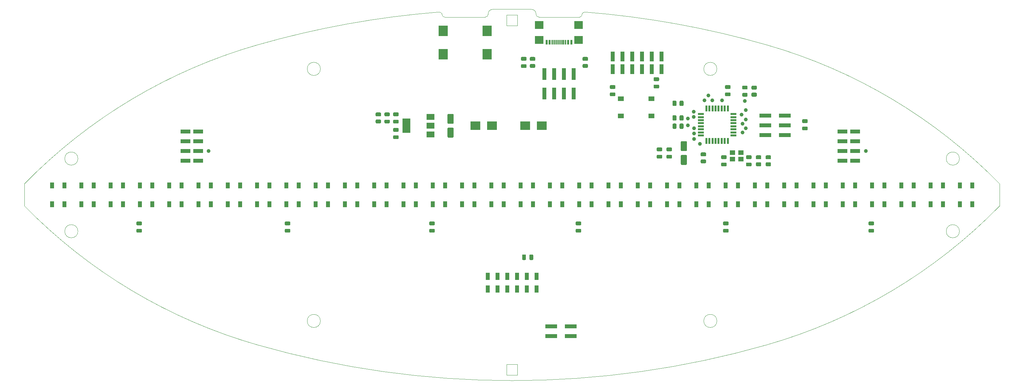
<source format=gbr>
%TF.GenerationSoftware,KiCad,Pcbnew,5.1.7-a382d34a8~87~ubuntu20.04.1*%
%TF.CreationDate,2020-11-05T15:53:10+05:30*%
%TF.ProjectId,halo,68616c6f-2e6b-4696-9361-645f70636258,v1*%
%TF.SameCoordinates,Original*%
%TF.FileFunction,Paste,Top*%
%TF.FilePolarity,Positive*%
%FSLAX46Y46*%
G04 Gerber Fmt 4.6, Leading zero omitted, Abs format (unit mm)*
G04 Created by KiCad (PCBNEW 5.1.7-a382d34a8~87~ubuntu20.04.1) date 2020-11-05 15:53:10*
%MOMM*%
%LPD*%
G01*
G04 APERTURE LIST*
%TA.AperFunction,Profile*%
%ADD10C,0.050000*%
%TD*%
%ADD11R,1.000000X3.150000*%
%ADD12R,2.180000X2.000000*%
%ADD13R,0.300000X1.150000*%
%ADD14R,0.600000X1.150000*%
%ADD15R,1.550000X1.300000*%
%ADD16R,2.000000X3.800000*%
%ADD17R,2.000000X1.500000*%
%ADD18R,2.400000X2.800000*%
%ADD19R,1.000000X1.500000*%
%ADD20C,1.000000*%
%ADD21R,2.540000X1.016000*%
%ADD22R,1.016000X2.540000*%
%ADD23R,3.150000X1.000000*%
%ADD24R,0.550000X1.600000*%
%ADD25R,1.600000X0.550000*%
%ADD26R,1.400000X1.200000*%
%ADD27R,2.500000X2.300000*%
%ADD28R,1.016000X1.905000*%
G04 APERTURE END LIST*
D10*
X73431896Y-62496118D02*
G75*
G02*
X120707642Y-53928265I66269656J-230949950D01*
G01*
X121541768Y-54762400D02*
G75*
G03*
X120707642Y-53928265I-834135J0D01*
G01*
X132715000Y-55245000D02*
G75*
G03*
X133477000Y-54483000I0J762000D01*
G01*
X132715000Y-55245000D02*
X122157808Y-55243390D01*
X134620000Y-53233692D02*
G75*
G03*
X133477000Y-54376692I0J-1143000D01*
G01*
X121541768Y-54762400D02*
G75*
G03*
X122157808Y-55243390I616040J154010D01*
G01*
X133477000Y-54483000D02*
X133477000Y-54376692D01*
X139700000Y-53180000D02*
G75*
G03*
X134620000Y-53233692I0J-240347211D01*
G01*
X145923000Y-54483000D02*
X145923000Y-54376692D01*
X157858232Y-54762400D02*
G75*
G02*
X158692358Y-53928265I834135J0D01*
G01*
X158692358Y-53928264D02*
G75*
G02*
X205969205Y-62493874I-18992358J-239578255D01*
G01*
X144780000Y-53233692D02*
G75*
G02*
X145923000Y-54376692I0J-1143000D01*
G01*
X139700000Y-53180000D02*
G75*
G02*
X144780000Y-53233692I0J-240347211D01*
G01*
X146685000Y-55245000D02*
G75*
G02*
X145923000Y-54483000I0J762000D01*
G01*
X157858232Y-54762400D02*
G75*
G02*
X157242192Y-55243390I-616040J154010D01*
G01*
X146685000Y-55245000D02*
X157242192Y-55243390D01*
X205969205Y-62493874D02*
G75*
G02*
X266571000Y-98721000I-37916205J-132229126D01*
G01*
X266571000Y-98721000D02*
X266571000Y-104479000D01*
X266571256Y-104479861D02*
G75*
G02*
X205969000Y-140707000I-98518256J96002861D01*
G01*
X205968733Y-140706537D02*
G75*
G02*
X139700000Y-150020000I-66268733J231106537D01*
G01*
X12828744Y-98720139D02*
G75*
G02*
X73431000Y-62493000I98518256J-96002861D01*
G01*
X139699871Y-150020519D02*
G75*
G02*
X73431000Y-140707000I129J240420519D01*
G01*
X12829000Y-98721000D02*
X12829000Y-104479000D01*
X73430795Y-140706126D02*
G75*
G02*
X12829000Y-104479000I37916205J132229126D01*
G01*
X89831000Y-134459000D02*
G75*
G03*
X89831000Y-134459000I-1717000J0D01*
G01*
X26734000Y-111075000D02*
G75*
G03*
X26734000Y-111075000I-1717000J0D01*
G01*
X141091000Y-145758000D02*
X138309000Y-145758000D01*
X138309000Y-145758000D02*
X138309000Y-148540000D01*
X138309000Y-148540000D02*
X141091000Y-148540000D01*
X141091000Y-148540000D02*
X141091000Y-145758000D01*
X193002000Y-134459000D02*
G75*
G03*
X193002000Y-134459000I-1716000J0D01*
G01*
X256100000Y-111075000D02*
G75*
G03*
X256100000Y-111075000I-1717000J0D01*
G01*
X26734000Y-92125000D02*
G75*
G03*
X26734000Y-92125000I-1717000J0D01*
G01*
X89831000Y-68741000D02*
G75*
G03*
X89831000Y-68741000I-1717000J0D01*
G01*
X256100000Y-92125000D02*
G75*
G03*
X256100000Y-92125000I-1717000J0D01*
G01*
X193002000Y-68741000D02*
G75*
G03*
X193002000Y-68741000I-1716000J0D01*
G01*
X141091000Y-54660000D02*
X138309000Y-54660000D01*
X138309000Y-54660000D02*
X138309000Y-57442000D01*
X138309000Y-57442000D02*
X141091000Y-57442000D01*
X141091000Y-57442000D02*
X141091000Y-54660000D01*
%TO.C,C18*%
G36*
G01*
X144214000Y-118331000D02*
X144214000Y-117381000D01*
G75*
G02*
X144464000Y-117131000I250000J0D01*
G01*
X144964000Y-117131000D01*
G75*
G02*
X145214000Y-117381000I0J-250000D01*
G01*
X145214000Y-118331000D01*
G75*
G02*
X144964000Y-118581000I-250000J0D01*
G01*
X144464000Y-118581000D01*
G75*
G02*
X144214000Y-118331000I0J250000D01*
G01*
G37*
G36*
G01*
X142314000Y-118331000D02*
X142314000Y-117381000D01*
G75*
G02*
X142564000Y-117131000I250000J0D01*
G01*
X143064000Y-117131000D01*
G75*
G02*
X143314000Y-117381000I0J-250000D01*
G01*
X143314000Y-118331000D01*
G75*
G02*
X143064000Y-118581000I-250000J0D01*
G01*
X142564000Y-118581000D01*
G75*
G02*
X142314000Y-118331000I0J250000D01*
G01*
G37*
%TD*%
D11*
%TO.C,P6*%
X155702000Y-70119000D03*
X155702000Y-75169000D03*
X153162000Y-70119000D03*
X153162000Y-75169000D03*
X150622000Y-70119000D03*
X150622000Y-75169000D03*
X148082000Y-70119000D03*
X148082000Y-75169000D03*
%TD*%
D12*
%TO.C,J2*%
X146782000Y-57276000D03*
X157002000Y-57276000D03*
X146782000Y-61206000D03*
X157002000Y-61206000D03*
D13*
X151642000Y-61781000D03*
X152142000Y-61781000D03*
X151142000Y-61781000D03*
X152642000Y-61781000D03*
X150642000Y-61781000D03*
X153142000Y-61781000D03*
X150142000Y-61781000D03*
X153642000Y-61781000D03*
D14*
X148692000Y-61781000D03*
X149492000Y-61781000D03*
X154292000Y-61781000D03*
X155092000Y-61781000D03*
%TD*%
%TO.C,C10*%
G36*
G01*
X216375000Y-82862000D02*
X215425000Y-82862000D01*
G75*
G02*
X215175000Y-82612000I0J250000D01*
G01*
X215175000Y-82112000D01*
G75*
G02*
X215425000Y-81862000I250000J0D01*
G01*
X216375000Y-81862000D01*
G75*
G02*
X216625000Y-82112000I0J-250000D01*
G01*
X216625000Y-82612000D01*
G75*
G02*
X216375000Y-82862000I-250000J0D01*
G01*
G37*
G36*
G01*
X216375000Y-84762000D02*
X215425000Y-84762000D01*
G75*
G02*
X215175000Y-84512000I0J250000D01*
G01*
X215175000Y-84012000D01*
G75*
G02*
X215425000Y-83762000I250000J0D01*
G01*
X216375000Y-83762000D01*
G75*
G02*
X216625000Y-84012000I0J-250000D01*
G01*
X216625000Y-84512000D01*
G75*
G02*
X216375000Y-84762000I-250000J0D01*
G01*
G37*
%TD*%
%TO.C,C1*%
G36*
G01*
X183854000Y-91178000D02*
X184954000Y-91178000D01*
G75*
G02*
X185204000Y-91428000I0J-250000D01*
G01*
X185204000Y-93528000D01*
G75*
G02*
X184954000Y-93778000I-250000J0D01*
G01*
X183854000Y-93778000D01*
G75*
G02*
X183604000Y-93528000I0J250000D01*
G01*
X183604000Y-91428000D01*
G75*
G02*
X183854000Y-91178000I250000J0D01*
G01*
G37*
G36*
G01*
X183854000Y-87578000D02*
X184954000Y-87578000D01*
G75*
G02*
X185204000Y-87828000I0J-250000D01*
G01*
X185204000Y-89928000D01*
G75*
G02*
X184954000Y-90178000I-250000J0D01*
G01*
X183854000Y-90178000D01*
G75*
G02*
X183604000Y-89928000I0J250000D01*
G01*
X183604000Y-87828000D01*
G75*
G02*
X183854000Y-87578000I250000J0D01*
G01*
G37*
%TD*%
D15*
%TO.C,SW1*%
X167983000Y-76490000D03*
X167983000Y-80990000D03*
X175933000Y-80990000D03*
X175933000Y-76490000D03*
%TD*%
D16*
%TO.C,U2*%
X112166000Y-83566000D03*
D17*
X118466000Y-83566000D03*
X118466000Y-81266000D03*
X118466000Y-85866000D03*
%TD*%
%TO.C,C6*%
G36*
G01*
X201770000Y-92260000D02*
X200820000Y-92260000D01*
G75*
G02*
X200570000Y-92010000I0J250000D01*
G01*
X200570000Y-91510000D01*
G75*
G02*
X200820000Y-91260000I250000J0D01*
G01*
X201770000Y-91260000D01*
G75*
G02*
X202020000Y-91510000I0J-250000D01*
G01*
X202020000Y-92010000D01*
G75*
G02*
X201770000Y-92260000I-250000J0D01*
G01*
G37*
G36*
G01*
X201770000Y-94160000D02*
X200820000Y-94160000D01*
G75*
G02*
X200570000Y-93910000I0J250000D01*
G01*
X200570000Y-93410000D01*
G75*
G02*
X200820000Y-93160000I250000J0D01*
G01*
X201770000Y-93160000D01*
G75*
G02*
X202020000Y-93410000I0J-250000D01*
G01*
X202020000Y-93910000D01*
G75*
G02*
X201770000Y-94160000I-250000J0D01*
G01*
G37*
%TD*%
D18*
%TO.C,J3*%
X133208000Y-64948000D03*
X133208000Y-58848000D03*
X121808000Y-58848000D03*
X121808000Y-64948000D03*
%TD*%
D19*
%TO.C,D32*%
X256210000Y-104050000D03*
X259410000Y-104050000D03*
X256210000Y-99150000D03*
X259410000Y-99150000D03*
%TD*%
%TO.C,D31*%
X248590000Y-104050000D03*
X251790000Y-104050000D03*
X248590000Y-99150000D03*
X251790000Y-99150000D03*
%TD*%
%TO.C,C9*%
G36*
G01*
X165387000Y-74872000D02*
X166337000Y-74872000D01*
G75*
G02*
X166587000Y-75122000I0J-250000D01*
G01*
X166587000Y-75622000D01*
G75*
G02*
X166337000Y-75872000I-250000J0D01*
G01*
X165387000Y-75872000D01*
G75*
G02*
X165137000Y-75622000I0J250000D01*
G01*
X165137000Y-75122000D01*
G75*
G02*
X165387000Y-74872000I250000J0D01*
G01*
G37*
G36*
G01*
X165387000Y-72972000D02*
X166337000Y-72972000D01*
G75*
G02*
X166587000Y-73222000I0J-250000D01*
G01*
X166587000Y-73722000D01*
G75*
G02*
X166337000Y-73972000I-250000J0D01*
G01*
X165387000Y-73972000D01*
G75*
G02*
X165137000Y-73722000I0J250000D01*
G01*
X165137000Y-73222000D01*
G75*
G02*
X165387000Y-72972000I250000J0D01*
G01*
G37*
%TD*%
%TO.C,R1*%
G36*
G01*
X182480000Y-77273999D02*
X182480000Y-78174001D01*
G75*
G02*
X182230001Y-78424000I-249999J0D01*
G01*
X181704999Y-78424000D01*
G75*
G02*
X181455000Y-78174001I0J249999D01*
G01*
X181455000Y-77273999D01*
G75*
G02*
X181704999Y-77024000I249999J0D01*
G01*
X182230001Y-77024000D01*
G75*
G02*
X182480000Y-77273999I0J-249999D01*
G01*
G37*
G36*
G01*
X184305000Y-77273999D02*
X184305000Y-78174001D01*
G75*
G02*
X184055001Y-78424000I-249999J0D01*
G01*
X183529999Y-78424000D01*
G75*
G02*
X183280000Y-78174001I0J249999D01*
G01*
X183280000Y-77273999D01*
G75*
G02*
X183529999Y-77024000I249999J0D01*
G01*
X184055001Y-77024000D01*
G75*
G02*
X184305000Y-77273999I0J-249999D01*
G01*
G37*
%TD*%
D20*
%TO.C,B1*%
X185420000Y-81661000D03*
%TD*%
%TO.C,B2*%
X185420000Y-83439000D03*
%TD*%
%TO.C,B3*%
X190754000Y-75692000D03*
%TD*%
%TO.C,B4*%
X189738000Y-76962000D03*
%TD*%
%TO.C,B5*%
X186944000Y-79883000D03*
%TD*%
%TO.C,B6*%
X186944000Y-81280000D03*
%TD*%
%TO.C,B7*%
X194310000Y-76962000D03*
%TD*%
%TO.C,B8*%
X191770000Y-76962000D03*
%TD*%
%TO.C,B9*%
X187071000Y-84201000D03*
%TD*%
%TO.C,B10*%
X187071000Y-85598000D03*
%TD*%
%TO.C,B11*%
X187071000Y-86995000D03*
%TD*%
%TO.C,B12*%
X188595000Y-88265000D03*
%TD*%
%TO.C,B13*%
X199644000Y-85344000D03*
%TD*%
%TO.C,B14*%
X200533000Y-84201000D03*
%TD*%
%TO.C,B15*%
X199644000Y-83058000D03*
%TD*%
%TO.C,B16*%
X200533000Y-81915000D03*
%TD*%
%TO.C,B17*%
X199390000Y-80645000D03*
%TD*%
%TO.C,B18*%
X200533000Y-79502000D03*
%TD*%
%TO.C,B19*%
X200279000Y-77089000D03*
%TD*%
%TO.C,B20*%
X60706000Y-90170000D03*
%TD*%
%TO.C,C11*%
G36*
G01*
X43147000Y-109532000D02*
X42197000Y-109532000D01*
G75*
G02*
X41947000Y-109282000I0J250000D01*
G01*
X41947000Y-108782000D01*
G75*
G02*
X42197000Y-108532000I250000J0D01*
G01*
X43147000Y-108532000D01*
G75*
G02*
X43397000Y-108782000I0J-250000D01*
G01*
X43397000Y-109282000D01*
G75*
G02*
X43147000Y-109532000I-250000J0D01*
G01*
G37*
G36*
G01*
X43147000Y-111432000D02*
X42197000Y-111432000D01*
G75*
G02*
X41947000Y-111182000I0J250000D01*
G01*
X41947000Y-110682000D01*
G75*
G02*
X42197000Y-110432000I250000J0D01*
G01*
X43147000Y-110432000D01*
G75*
G02*
X43397000Y-110682000I0J-250000D01*
G01*
X43397000Y-111182000D01*
G75*
G02*
X43147000Y-111432000I-250000J0D01*
G01*
G37*
%TD*%
%TO.C,C12*%
G36*
G01*
X81755000Y-109532000D02*
X80805000Y-109532000D01*
G75*
G02*
X80555000Y-109282000I0J250000D01*
G01*
X80555000Y-108782000D01*
G75*
G02*
X80805000Y-108532000I250000J0D01*
G01*
X81755000Y-108532000D01*
G75*
G02*
X82005000Y-108782000I0J-250000D01*
G01*
X82005000Y-109282000D01*
G75*
G02*
X81755000Y-109532000I-250000J0D01*
G01*
G37*
G36*
G01*
X81755000Y-111432000D02*
X80805000Y-111432000D01*
G75*
G02*
X80555000Y-111182000I0J250000D01*
G01*
X80555000Y-110682000D01*
G75*
G02*
X80805000Y-110432000I250000J0D01*
G01*
X81755000Y-110432000D01*
G75*
G02*
X82005000Y-110682000I0J-250000D01*
G01*
X82005000Y-111182000D01*
G75*
G02*
X81755000Y-111432000I-250000J0D01*
G01*
G37*
%TD*%
%TO.C,C13*%
G36*
G01*
X119347000Y-109532000D02*
X118397000Y-109532000D01*
G75*
G02*
X118147000Y-109282000I0J250000D01*
G01*
X118147000Y-108782000D01*
G75*
G02*
X118397000Y-108532000I250000J0D01*
G01*
X119347000Y-108532000D01*
G75*
G02*
X119597000Y-108782000I0J-250000D01*
G01*
X119597000Y-109282000D01*
G75*
G02*
X119347000Y-109532000I-250000J0D01*
G01*
G37*
G36*
G01*
X119347000Y-111432000D02*
X118397000Y-111432000D01*
G75*
G02*
X118147000Y-111182000I0J250000D01*
G01*
X118147000Y-110682000D01*
G75*
G02*
X118397000Y-110432000I250000J0D01*
G01*
X119347000Y-110432000D01*
G75*
G02*
X119597000Y-110682000I0J-250000D01*
G01*
X119597000Y-111182000D01*
G75*
G02*
X119347000Y-111432000I-250000J0D01*
G01*
G37*
%TD*%
%TO.C,C14*%
G36*
G01*
X157447000Y-109532000D02*
X156497000Y-109532000D01*
G75*
G02*
X156247000Y-109282000I0J250000D01*
G01*
X156247000Y-108782000D01*
G75*
G02*
X156497000Y-108532000I250000J0D01*
G01*
X157447000Y-108532000D01*
G75*
G02*
X157697000Y-108782000I0J-250000D01*
G01*
X157697000Y-109282000D01*
G75*
G02*
X157447000Y-109532000I-250000J0D01*
G01*
G37*
G36*
G01*
X157447000Y-111432000D02*
X156497000Y-111432000D01*
G75*
G02*
X156247000Y-111182000I0J250000D01*
G01*
X156247000Y-110682000D01*
G75*
G02*
X156497000Y-110432000I250000J0D01*
G01*
X157447000Y-110432000D01*
G75*
G02*
X157697000Y-110682000I0J-250000D01*
G01*
X157697000Y-111182000D01*
G75*
G02*
X157447000Y-111432000I-250000J0D01*
G01*
G37*
%TD*%
%TO.C,C15*%
G36*
G01*
X195801000Y-109532000D02*
X194851000Y-109532000D01*
G75*
G02*
X194601000Y-109282000I0J250000D01*
G01*
X194601000Y-108782000D01*
G75*
G02*
X194851000Y-108532000I250000J0D01*
G01*
X195801000Y-108532000D01*
G75*
G02*
X196051000Y-108782000I0J-250000D01*
G01*
X196051000Y-109282000D01*
G75*
G02*
X195801000Y-109532000I-250000J0D01*
G01*
G37*
G36*
G01*
X195801000Y-111432000D02*
X194851000Y-111432000D01*
G75*
G02*
X194601000Y-111182000I0J250000D01*
G01*
X194601000Y-110682000D01*
G75*
G02*
X194851000Y-110432000I250000J0D01*
G01*
X195801000Y-110432000D01*
G75*
G02*
X196051000Y-110682000I0J-250000D01*
G01*
X196051000Y-111182000D01*
G75*
G02*
X195801000Y-111432000I-250000J0D01*
G01*
G37*
%TD*%
%TO.C,C16*%
G36*
G01*
X233647000Y-109532000D02*
X232697000Y-109532000D01*
G75*
G02*
X232447000Y-109282000I0J250000D01*
G01*
X232447000Y-108782000D01*
G75*
G02*
X232697000Y-108532000I250000J0D01*
G01*
X233647000Y-108532000D01*
G75*
G02*
X233897000Y-108782000I0J-250000D01*
G01*
X233897000Y-109282000D01*
G75*
G02*
X233647000Y-109532000I-250000J0D01*
G01*
G37*
G36*
G01*
X233647000Y-111432000D02*
X232697000Y-111432000D01*
G75*
G02*
X232447000Y-111182000I0J250000D01*
G01*
X232447000Y-110682000D01*
G75*
G02*
X232697000Y-110432000I250000J0D01*
G01*
X233647000Y-110432000D01*
G75*
G02*
X233897000Y-110682000I0J-250000D01*
G01*
X233897000Y-111182000D01*
G75*
G02*
X233647000Y-111432000I-250000J0D01*
G01*
G37*
%TD*%
%TO.C,C2*%
G36*
G01*
X196309000Y-73972000D02*
X195359000Y-73972000D01*
G75*
G02*
X195109000Y-73722000I0J250000D01*
G01*
X195109000Y-73222000D01*
G75*
G02*
X195359000Y-72972000I250000J0D01*
G01*
X196309000Y-72972000D01*
G75*
G02*
X196559000Y-73222000I0J-250000D01*
G01*
X196559000Y-73722000D01*
G75*
G02*
X196309000Y-73972000I-250000J0D01*
G01*
G37*
G36*
G01*
X196309000Y-75872000D02*
X195359000Y-75872000D01*
G75*
G02*
X195109000Y-75622000I0J250000D01*
G01*
X195109000Y-75122000D01*
G75*
G02*
X195359000Y-74872000I250000J0D01*
G01*
X196309000Y-74872000D01*
G75*
G02*
X196559000Y-75122000I0J-250000D01*
G01*
X196559000Y-75622000D01*
G75*
G02*
X196309000Y-75872000I-250000J0D01*
G01*
G37*
%TD*%
%TO.C,C3*%
G36*
G01*
X180119000Y-91128000D02*
X181069000Y-91128000D01*
G75*
G02*
X181319000Y-91378000I0J-250000D01*
G01*
X181319000Y-91878000D01*
G75*
G02*
X181069000Y-92128000I-250000J0D01*
G01*
X180119000Y-92128000D01*
G75*
G02*
X179869000Y-91878000I0J250000D01*
G01*
X179869000Y-91378000D01*
G75*
G02*
X180119000Y-91128000I250000J0D01*
G01*
G37*
G36*
G01*
X180119000Y-89228000D02*
X181069000Y-89228000D01*
G75*
G02*
X181319000Y-89478000I0J-250000D01*
G01*
X181319000Y-89978000D01*
G75*
G02*
X181069000Y-90228000I-250000J0D01*
G01*
X180119000Y-90228000D01*
G75*
G02*
X179869000Y-89978000I0J250000D01*
G01*
X179869000Y-89478000D01*
G75*
G02*
X180119000Y-89228000I250000J0D01*
G01*
G37*
%TD*%
%TO.C,C4*%
G36*
G01*
X177579000Y-91128000D02*
X178529000Y-91128000D01*
G75*
G02*
X178779000Y-91378000I0J-250000D01*
G01*
X178779000Y-91878000D01*
G75*
G02*
X178529000Y-92128000I-250000J0D01*
G01*
X177579000Y-92128000D01*
G75*
G02*
X177329000Y-91878000I0J250000D01*
G01*
X177329000Y-91378000D01*
G75*
G02*
X177579000Y-91128000I250000J0D01*
G01*
G37*
G36*
G01*
X177579000Y-89228000D02*
X178529000Y-89228000D01*
G75*
G02*
X178779000Y-89478000I0J-250000D01*
G01*
X178779000Y-89978000D01*
G75*
G02*
X178529000Y-90228000I-250000J0D01*
G01*
X177579000Y-90228000D01*
G75*
G02*
X177329000Y-89978000I0J250000D01*
G01*
X177329000Y-89478000D01*
G75*
G02*
X177579000Y-89228000I250000J0D01*
G01*
G37*
%TD*%
%TO.C,C5*%
G36*
G01*
X194343000Y-93160000D02*
X195293000Y-93160000D01*
G75*
G02*
X195543000Y-93410000I0J-250000D01*
G01*
X195543000Y-93910000D01*
G75*
G02*
X195293000Y-94160000I-250000J0D01*
G01*
X194343000Y-94160000D01*
G75*
G02*
X194093000Y-93910000I0J250000D01*
G01*
X194093000Y-93410000D01*
G75*
G02*
X194343000Y-93160000I250000J0D01*
G01*
G37*
G36*
G01*
X194343000Y-91260000D02*
X195293000Y-91260000D01*
G75*
G02*
X195543000Y-91510000I0J-250000D01*
G01*
X195543000Y-92010000D01*
G75*
G02*
X195293000Y-92260000I-250000J0D01*
G01*
X194343000Y-92260000D01*
G75*
G02*
X194093000Y-92010000I0J250000D01*
G01*
X194093000Y-91510000D01*
G75*
G02*
X194343000Y-91260000I250000J0D01*
G01*
G37*
%TD*%
%TO.C,C7*%
G36*
G01*
X123148000Y-84066000D02*
X124248000Y-84066000D01*
G75*
G02*
X124498000Y-84316000I0J-250000D01*
G01*
X124498000Y-86416000D01*
G75*
G02*
X124248000Y-86666000I-250000J0D01*
G01*
X123148000Y-86666000D01*
G75*
G02*
X122898000Y-86416000I0J250000D01*
G01*
X122898000Y-84316000D01*
G75*
G02*
X123148000Y-84066000I250000J0D01*
G01*
G37*
G36*
G01*
X123148000Y-80466000D02*
X124248000Y-80466000D01*
G75*
G02*
X124498000Y-80716000I0J-250000D01*
G01*
X124498000Y-82816000D01*
G75*
G02*
X124248000Y-83066000I-250000J0D01*
G01*
X123148000Y-83066000D01*
G75*
G02*
X122898000Y-82816000I0J250000D01*
G01*
X122898000Y-80716000D01*
G75*
G02*
X123148000Y-80466000I250000J0D01*
G01*
G37*
%TD*%
%TO.C,C8*%
G36*
G01*
X109949000Y-81084000D02*
X108999000Y-81084000D01*
G75*
G02*
X108749000Y-80834000I0J250000D01*
G01*
X108749000Y-80334000D01*
G75*
G02*
X108999000Y-80084000I250000J0D01*
G01*
X109949000Y-80084000D01*
G75*
G02*
X110199000Y-80334000I0J-250000D01*
G01*
X110199000Y-80834000D01*
G75*
G02*
X109949000Y-81084000I-250000J0D01*
G01*
G37*
G36*
G01*
X109949000Y-82984000D02*
X108999000Y-82984000D01*
G75*
G02*
X108749000Y-82734000I0J250000D01*
G01*
X108749000Y-82234000D01*
G75*
G02*
X108999000Y-81984000I250000J0D01*
G01*
X109949000Y-81984000D01*
G75*
G02*
X110199000Y-82234000I0J-250000D01*
G01*
X110199000Y-82734000D01*
G75*
G02*
X109949000Y-82984000I-250000J0D01*
G01*
G37*
%TD*%
D19*
%TO.C,D1*%
X19990000Y-104050000D03*
X23190000Y-104050000D03*
X19990000Y-99150000D03*
X23190000Y-99150000D03*
%TD*%
%TO.C,D2*%
X27610000Y-104050000D03*
X30810000Y-104050000D03*
X27610000Y-99150000D03*
X30810000Y-99150000D03*
%TD*%
%TO.C,D3*%
X35230000Y-104050000D03*
X38430000Y-104050000D03*
X35230000Y-99150000D03*
X38430000Y-99150000D03*
%TD*%
%TO.C,D4*%
X42850000Y-104050000D03*
X46050000Y-104050000D03*
X42850000Y-99150000D03*
X46050000Y-99150000D03*
%TD*%
%TO.C,D5*%
X50470000Y-104050000D03*
X53670000Y-104050000D03*
X50470000Y-99150000D03*
X53670000Y-99150000D03*
%TD*%
%TO.C,D6*%
X58090000Y-104050000D03*
X61290000Y-104050000D03*
X58090000Y-99150000D03*
X61290000Y-99150000D03*
%TD*%
%TO.C,D7*%
X65710000Y-104050000D03*
X68910000Y-104050000D03*
X65710000Y-99150000D03*
X68910000Y-99150000D03*
%TD*%
%TO.C,D8*%
X73330000Y-104050000D03*
X76530000Y-104050000D03*
X73330000Y-99150000D03*
X76530000Y-99150000D03*
%TD*%
%TO.C,D9*%
X80950000Y-104050000D03*
X84150000Y-104050000D03*
X80950000Y-99150000D03*
X84150000Y-99150000D03*
%TD*%
%TO.C,D10*%
X88570000Y-104050000D03*
X91770000Y-104050000D03*
X88570000Y-99150000D03*
X91770000Y-99150000D03*
%TD*%
%TO.C,D11*%
X96190000Y-104050000D03*
X99390000Y-104050000D03*
X96190000Y-99150000D03*
X99390000Y-99150000D03*
%TD*%
%TO.C,D12*%
X103810000Y-104050000D03*
X107010000Y-104050000D03*
X103810000Y-99150000D03*
X107010000Y-99150000D03*
%TD*%
%TO.C,D13*%
X111430000Y-104050000D03*
X114630000Y-104050000D03*
X111430000Y-99150000D03*
X114630000Y-99150000D03*
%TD*%
%TO.C,D14*%
X119050000Y-104050000D03*
X122250000Y-104050000D03*
X119050000Y-99150000D03*
X122250000Y-99150000D03*
%TD*%
%TO.C,D15*%
X126670000Y-104050000D03*
X129870000Y-104050000D03*
X126670000Y-99150000D03*
X129870000Y-99150000D03*
%TD*%
%TO.C,D16*%
X134290000Y-104050000D03*
X137490000Y-104050000D03*
X134290000Y-99150000D03*
X137490000Y-99150000D03*
%TD*%
%TO.C,D17*%
X141910000Y-104050000D03*
X145110000Y-104050000D03*
X141910000Y-99150000D03*
X145110000Y-99150000D03*
%TD*%
%TO.C,D18*%
X149530000Y-104050000D03*
X152730000Y-104050000D03*
X149530000Y-99150000D03*
X152730000Y-99150000D03*
%TD*%
%TO.C,D19*%
X157150000Y-104050000D03*
X160350000Y-104050000D03*
X157150000Y-99150000D03*
X160350000Y-99150000D03*
%TD*%
%TO.C,D20*%
X164770000Y-104050000D03*
X167970000Y-104050000D03*
X164770000Y-99150000D03*
X167970000Y-99150000D03*
%TD*%
%TO.C,D21*%
X172390000Y-104050000D03*
X175590000Y-104050000D03*
X172390000Y-99150000D03*
X175590000Y-99150000D03*
%TD*%
%TO.C,D22*%
X180010000Y-104050000D03*
X183210000Y-104050000D03*
X180010000Y-99150000D03*
X183210000Y-99150000D03*
%TD*%
%TO.C,D23*%
X187630000Y-104050000D03*
X190830000Y-104050000D03*
X187630000Y-99150000D03*
X190830000Y-99150000D03*
%TD*%
%TO.C,D24*%
X195250000Y-104050000D03*
X198450000Y-104050000D03*
X195250000Y-99150000D03*
X198450000Y-99150000D03*
%TD*%
%TO.C,D25*%
X202870000Y-104050000D03*
X206070000Y-104050000D03*
X202870000Y-99150000D03*
X206070000Y-99150000D03*
%TD*%
%TO.C,D26*%
X210490000Y-104050000D03*
X213690000Y-104050000D03*
X210490000Y-99150000D03*
X213690000Y-99150000D03*
%TD*%
%TO.C,D27*%
X218110000Y-104050000D03*
X221310000Y-104050000D03*
X218110000Y-99150000D03*
X221310000Y-99150000D03*
%TD*%
%TO.C,D28*%
X225730000Y-104050000D03*
X228930000Y-104050000D03*
X225730000Y-99150000D03*
X228930000Y-99150000D03*
%TD*%
%TO.C,D29*%
X233350000Y-104050000D03*
X236550000Y-104050000D03*
X233350000Y-99150000D03*
X236550000Y-99150000D03*
%TD*%
%TO.C,D30*%
X240970000Y-104050000D03*
X244170000Y-104050000D03*
X240970000Y-99150000D03*
X244170000Y-99150000D03*
%TD*%
%TO.C,D35*%
G36*
G01*
X106731750Y-80109000D02*
X107644250Y-80109000D01*
G75*
G02*
X107888000Y-80352750I0J-243750D01*
G01*
X107888000Y-80840250D01*
G75*
G02*
X107644250Y-81084000I-243750J0D01*
G01*
X106731750Y-81084000D01*
G75*
G02*
X106488000Y-80840250I0J243750D01*
G01*
X106488000Y-80352750D01*
G75*
G02*
X106731750Y-80109000I243750J0D01*
G01*
G37*
G36*
G01*
X106731750Y-81984000D02*
X107644250Y-81984000D01*
G75*
G02*
X107888000Y-82227750I0J-243750D01*
G01*
X107888000Y-82715250D01*
G75*
G02*
X107644250Y-82959000I-243750J0D01*
G01*
X106731750Y-82959000D01*
G75*
G02*
X106488000Y-82715250I0J243750D01*
G01*
X106488000Y-82227750D01*
G75*
G02*
X106731750Y-81984000I243750J0D01*
G01*
G37*
%TD*%
%TO.C,D36*%
G36*
G01*
X200735250Y-75974000D02*
X199822750Y-75974000D01*
G75*
G02*
X199579000Y-75730250I0J243750D01*
G01*
X199579000Y-75242750D01*
G75*
G02*
X199822750Y-74999000I243750J0D01*
G01*
X200735250Y-74999000D01*
G75*
G02*
X200979000Y-75242750I0J-243750D01*
G01*
X200979000Y-75730250D01*
G75*
G02*
X200735250Y-75974000I-243750J0D01*
G01*
G37*
G36*
G01*
X200735250Y-74099000D02*
X199822750Y-74099000D01*
G75*
G02*
X199579000Y-73855250I0J243750D01*
G01*
X199579000Y-73367750D01*
G75*
G02*
X199822750Y-73124000I243750J0D01*
G01*
X200735250Y-73124000D01*
G75*
G02*
X200979000Y-73367750I0J-243750D01*
G01*
X200979000Y-73855250D01*
G75*
G02*
X200735250Y-74099000I-243750J0D01*
G01*
G37*
%TD*%
D21*
%TO.C,P1*%
X54737000Y-92710000D03*
X58039000Y-90170000D03*
X54737000Y-87630000D03*
X58039000Y-85090000D03*
X58039000Y-92710000D03*
X58039000Y-87630000D03*
X54737000Y-90170000D03*
X54737000Y-85090000D03*
%TD*%
D22*
%TO.C,P2*%
X165862000Y-65532000D03*
X168402000Y-68834000D03*
X170942000Y-65532000D03*
X173482000Y-68834000D03*
X176022000Y-65532000D03*
X178562000Y-68834000D03*
X178562000Y-65532000D03*
X173482000Y-65532000D03*
X168402000Y-65532000D03*
X176022000Y-68834000D03*
X170942000Y-68834000D03*
X165862000Y-68834000D03*
%TD*%
D23*
%TO.C,P3*%
X205628000Y-80899000D03*
X210678000Y-80899000D03*
X205628000Y-83439000D03*
X210678000Y-83439000D03*
X205628000Y-85979000D03*
X210678000Y-85979000D03*
%TD*%
D21*
%TO.C,P4*%
X225679000Y-92710000D03*
X228981000Y-90170000D03*
X225679000Y-87630000D03*
X228981000Y-85090000D03*
X228981000Y-92710000D03*
X228981000Y-87630000D03*
X225679000Y-90170000D03*
X225679000Y-85090000D03*
%TD*%
%TO.C,R2*%
G36*
G01*
X183280000Y-81984001D02*
X183280000Y-81083999D01*
G75*
G02*
X183529999Y-80834000I249999J0D01*
G01*
X184055001Y-80834000D01*
G75*
G02*
X184305000Y-81083999I0J-249999D01*
G01*
X184305000Y-81984001D01*
G75*
G02*
X184055001Y-82234000I-249999J0D01*
G01*
X183529999Y-82234000D01*
G75*
G02*
X183280000Y-81984001I0J249999D01*
G01*
G37*
G36*
G01*
X181455000Y-81984001D02*
X181455000Y-81083999D01*
G75*
G02*
X181704999Y-80834000I249999J0D01*
G01*
X182230001Y-80834000D01*
G75*
G02*
X182480000Y-81083999I0J-249999D01*
G01*
X182480000Y-81984001D01*
G75*
G02*
X182230001Y-82234000I-249999J0D01*
G01*
X181704999Y-82234000D01*
G75*
G02*
X181455000Y-81984001I0J249999D01*
G01*
G37*
%TD*%
%TO.C,R3*%
G36*
G01*
X183280000Y-84143001D02*
X183280000Y-83242999D01*
G75*
G02*
X183529999Y-82993000I249999J0D01*
G01*
X184055001Y-82993000D01*
G75*
G02*
X184305000Y-83242999I0J-249999D01*
G01*
X184305000Y-84143001D01*
G75*
G02*
X184055001Y-84393000I-249999J0D01*
G01*
X183529999Y-84393000D01*
G75*
G02*
X183280000Y-84143001I0J249999D01*
G01*
G37*
G36*
G01*
X181455000Y-84143001D02*
X181455000Y-83242999D01*
G75*
G02*
X181704999Y-82993000I249999J0D01*
G01*
X182230001Y-82993000D01*
G75*
G02*
X182480000Y-83242999I0J-249999D01*
G01*
X182480000Y-84143001D01*
G75*
G02*
X182230001Y-84393000I-249999J0D01*
G01*
X181704999Y-84393000D01*
G75*
G02*
X181455000Y-84143001I0J249999D01*
G01*
G37*
%TD*%
%TO.C,R4*%
G36*
G01*
X189934001Y-91548000D02*
X189033999Y-91548000D01*
G75*
G02*
X188784000Y-91298001I0J249999D01*
G01*
X188784000Y-90772999D01*
G75*
G02*
X189033999Y-90523000I249999J0D01*
G01*
X189934001Y-90523000D01*
G75*
G02*
X190184000Y-90772999I0J-249999D01*
G01*
X190184000Y-91298001D01*
G75*
G02*
X189934001Y-91548000I-249999J0D01*
G01*
G37*
G36*
G01*
X189934001Y-93373000D02*
X189033999Y-93373000D01*
G75*
G02*
X188784000Y-93123001I0J249999D01*
G01*
X188784000Y-92597999D01*
G75*
G02*
X189033999Y-92348000I249999J0D01*
G01*
X189934001Y-92348000D01*
G75*
G02*
X190184000Y-92597999I0J-249999D01*
G01*
X190184000Y-93123001D01*
G75*
G02*
X189934001Y-93373000I-249999J0D01*
G01*
G37*
%TD*%
%TO.C,R5*%
G36*
G01*
X145484001Y-66656000D02*
X144583999Y-66656000D01*
G75*
G02*
X144334000Y-66406001I0J249999D01*
G01*
X144334000Y-65880999D01*
G75*
G02*
X144583999Y-65631000I249999J0D01*
G01*
X145484001Y-65631000D01*
G75*
G02*
X145734000Y-65880999I0J-249999D01*
G01*
X145734000Y-66406001D01*
G75*
G02*
X145484001Y-66656000I-249999J0D01*
G01*
G37*
G36*
G01*
X145484001Y-68481000D02*
X144583999Y-68481000D01*
G75*
G02*
X144334000Y-68231001I0J249999D01*
G01*
X144334000Y-67705999D01*
G75*
G02*
X144583999Y-67456000I249999J0D01*
G01*
X145484001Y-67456000D01*
G75*
G02*
X145734000Y-67705999I0J-249999D01*
G01*
X145734000Y-68231001D01*
G75*
G02*
X145484001Y-68481000I-249999J0D01*
G01*
G37*
%TD*%
%TO.C,R6*%
G36*
G01*
X159200001Y-66656000D02*
X158299999Y-66656000D01*
G75*
G02*
X158050000Y-66406001I0J249999D01*
G01*
X158050000Y-65880999D01*
G75*
G02*
X158299999Y-65631000I249999J0D01*
G01*
X159200001Y-65631000D01*
G75*
G02*
X159450000Y-65880999I0J-249999D01*
G01*
X159450000Y-66406001D01*
G75*
G02*
X159200001Y-66656000I-249999J0D01*
G01*
G37*
G36*
G01*
X159200001Y-68481000D02*
X158299999Y-68481000D01*
G75*
G02*
X158050000Y-68231001I0J249999D01*
G01*
X158050000Y-67705999D01*
G75*
G02*
X158299999Y-67456000I249999J0D01*
G01*
X159200001Y-67456000D01*
G75*
G02*
X159450000Y-67705999I0J-249999D01*
G01*
X159450000Y-68231001D01*
G75*
G02*
X159200001Y-68481000I-249999J0D01*
G01*
G37*
%TD*%
%TO.C,R7*%
G36*
G01*
X104451999Y-81934000D02*
X105352001Y-81934000D01*
G75*
G02*
X105602000Y-82183999I0J-249999D01*
G01*
X105602000Y-82709001D01*
G75*
G02*
X105352001Y-82959000I-249999J0D01*
G01*
X104451999Y-82959000D01*
G75*
G02*
X104202000Y-82709001I0J249999D01*
G01*
X104202000Y-82183999D01*
G75*
G02*
X104451999Y-81934000I249999J0D01*
G01*
G37*
G36*
G01*
X104451999Y-80109000D02*
X105352001Y-80109000D01*
G75*
G02*
X105602000Y-80358999I0J-249999D01*
G01*
X105602000Y-80884001D01*
G75*
G02*
X105352001Y-81134000I-249999J0D01*
G01*
X104451999Y-81134000D01*
G75*
G02*
X104202000Y-80884001I0J249999D01*
G01*
X104202000Y-80358999D01*
G75*
G02*
X104451999Y-80109000I249999J0D01*
G01*
G37*
%TD*%
%TO.C,R8*%
G36*
G01*
X203142001Y-74149000D02*
X202241999Y-74149000D01*
G75*
G02*
X201992000Y-73899001I0J249999D01*
G01*
X201992000Y-73373999D01*
G75*
G02*
X202241999Y-73124000I249999J0D01*
G01*
X203142001Y-73124000D01*
G75*
G02*
X203392000Y-73373999I0J-249999D01*
G01*
X203392000Y-73899001D01*
G75*
G02*
X203142001Y-74149000I-249999J0D01*
G01*
G37*
G36*
G01*
X203142001Y-75974000D02*
X202241999Y-75974000D01*
G75*
G02*
X201992000Y-75724001I0J249999D01*
G01*
X201992000Y-75198999D01*
G75*
G02*
X202241999Y-74949000I249999J0D01*
G01*
X203142001Y-74949000D01*
G75*
G02*
X203392000Y-75198999I0J-249999D01*
G01*
X203392000Y-75724001D01*
G75*
G02*
X203142001Y-75974000I-249999J0D01*
G01*
G37*
%TD*%
D24*
%TO.C,U1*%
X190240000Y-87562000D03*
X191040000Y-87562000D03*
X191840000Y-87562000D03*
X192640000Y-87562000D03*
X193440000Y-87562000D03*
X194240000Y-87562000D03*
X195040000Y-87562000D03*
X195840000Y-87562000D03*
D25*
X197290000Y-86112000D03*
X197290000Y-85312000D03*
X197290000Y-84512000D03*
X197290000Y-83712000D03*
X197290000Y-82912000D03*
X197290000Y-82112000D03*
X197290000Y-81312000D03*
X197290000Y-80512000D03*
D24*
X195840000Y-79062000D03*
X195040000Y-79062000D03*
X194240000Y-79062000D03*
X193440000Y-79062000D03*
X192640000Y-79062000D03*
X191840000Y-79062000D03*
X191040000Y-79062000D03*
X190240000Y-79062000D03*
D25*
X188790000Y-80512000D03*
X188790000Y-81312000D03*
X188790000Y-82112000D03*
X188790000Y-82912000D03*
X188790000Y-83712000D03*
X188790000Y-84512000D03*
X188790000Y-85312000D03*
X188790000Y-86112000D03*
%TD*%
D26*
%TO.C,X1*%
X197020000Y-90590000D03*
X199220000Y-90590000D03*
X199220000Y-92290000D03*
X197020000Y-92290000D03*
%TD*%
D23*
%TO.C,SW2*%
X154925000Y-138430000D03*
X149875000Y-138430000D03*
X154925000Y-135890000D03*
X149875000Y-135890000D03*
%TD*%
D27*
%TO.C,D33*%
X143138000Y-83566000D03*
X147438000Y-83566000D03*
%TD*%
%TO.C,D34*%
X134484000Y-83566000D03*
X130184000Y-83566000D03*
%TD*%
D28*
%TO.C,P5*%
X133350000Y-126111000D03*
X135890000Y-122809000D03*
X138430000Y-126111000D03*
X140970000Y-122809000D03*
X143510000Y-126111000D03*
X146050000Y-122809000D03*
X146050000Y-126111000D03*
X143510000Y-122809000D03*
X140970000Y-126111000D03*
X138430000Y-122809000D03*
X135890000Y-126111000D03*
X133350000Y-122809000D03*
%TD*%
%TO.C,C17*%
G36*
G01*
X143223000Y-66606000D02*
X142273000Y-66606000D01*
G75*
G02*
X142023000Y-66356000I0J250000D01*
G01*
X142023000Y-65856000D01*
G75*
G02*
X142273000Y-65606000I250000J0D01*
G01*
X143223000Y-65606000D01*
G75*
G02*
X143473000Y-65856000I0J-250000D01*
G01*
X143473000Y-66356000D01*
G75*
G02*
X143223000Y-66606000I-250000J0D01*
G01*
G37*
G36*
G01*
X143223000Y-68506000D02*
X142273000Y-68506000D01*
G75*
G02*
X142023000Y-68256000I0J250000D01*
G01*
X142023000Y-67756000D01*
G75*
G02*
X142273000Y-67506000I250000J0D01*
G01*
X143223000Y-67506000D01*
G75*
G02*
X143473000Y-67756000I0J-250000D01*
G01*
X143473000Y-68256000D01*
G75*
G02*
X143223000Y-68506000I-250000J0D01*
G01*
G37*
%TD*%
%TO.C,C19*%
G36*
G01*
X108999000Y-86048000D02*
X109949000Y-86048000D01*
G75*
G02*
X110199000Y-86298000I0J-250000D01*
G01*
X110199000Y-86798000D01*
G75*
G02*
X109949000Y-87048000I-250000J0D01*
G01*
X108999000Y-87048000D01*
G75*
G02*
X108749000Y-86798000I0J250000D01*
G01*
X108749000Y-86298000D01*
G75*
G02*
X108999000Y-86048000I250000J0D01*
G01*
G37*
G36*
G01*
X108999000Y-84148000D02*
X109949000Y-84148000D01*
G75*
G02*
X110199000Y-84398000I0J-250000D01*
G01*
X110199000Y-84898000D01*
G75*
G02*
X109949000Y-85148000I-250000J0D01*
G01*
X108999000Y-85148000D01*
G75*
G02*
X108749000Y-84898000I0J250000D01*
G01*
X108749000Y-84398000D01*
G75*
G02*
X108999000Y-84148000I250000J0D01*
G01*
G37*
%TD*%
%TO.C,C20*%
G36*
G01*
X177716200Y-71940000D02*
X176766200Y-71940000D01*
G75*
G02*
X176516200Y-71690000I0J250000D01*
G01*
X176516200Y-71190000D01*
G75*
G02*
X176766200Y-70940000I250000J0D01*
G01*
X177716200Y-70940000D01*
G75*
G02*
X177966200Y-71190000I0J-250000D01*
G01*
X177966200Y-71690000D01*
G75*
G02*
X177716200Y-71940000I-250000J0D01*
G01*
G37*
G36*
G01*
X177716200Y-73840000D02*
X176766200Y-73840000D01*
G75*
G02*
X176516200Y-73590000I0J250000D01*
G01*
X176516200Y-73090000D01*
G75*
G02*
X176766200Y-72840000I250000J0D01*
G01*
X177716200Y-72840000D01*
G75*
G02*
X177966200Y-73090000I0J-250000D01*
G01*
X177966200Y-73590000D01*
G75*
G02*
X177716200Y-73840000I-250000J0D01*
G01*
G37*
%TD*%
%TO.C,R9*%
G36*
G01*
X204285001Y-94135000D02*
X203384999Y-94135000D01*
G75*
G02*
X203135000Y-93885001I0J249999D01*
G01*
X203135000Y-93359999D01*
G75*
G02*
X203384999Y-93110000I249999J0D01*
G01*
X204285001Y-93110000D01*
G75*
G02*
X204535000Y-93359999I0J-249999D01*
G01*
X204535000Y-93885001D01*
G75*
G02*
X204285001Y-94135000I-249999J0D01*
G01*
G37*
G36*
G01*
X204285001Y-92310000D02*
X203384999Y-92310000D01*
G75*
G02*
X203135000Y-92060001I0J249999D01*
G01*
X203135000Y-91534999D01*
G75*
G02*
X203384999Y-91285000I249999J0D01*
G01*
X204285001Y-91285000D01*
G75*
G02*
X204535000Y-91534999I0J-249999D01*
G01*
X204535000Y-92060001D01*
G75*
G02*
X204285001Y-92310000I-249999J0D01*
G01*
G37*
%TD*%
%TO.C,R10*%
G36*
G01*
X206825001Y-92310000D02*
X205924999Y-92310000D01*
G75*
G02*
X205675000Y-92060001I0J249999D01*
G01*
X205675000Y-91534999D01*
G75*
G02*
X205924999Y-91285000I249999J0D01*
G01*
X206825001Y-91285000D01*
G75*
G02*
X207075000Y-91534999I0J-249999D01*
G01*
X207075000Y-92060001D01*
G75*
G02*
X206825001Y-92310000I-249999J0D01*
G01*
G37*
G36*
G01*
X206825001Y-94135000D02*
X205924999Y-94135000D01*
G75*
G02*
X205675000Y-93885001I0J249999D01*
G01*
X205675000Y-93359999D01*
G75*
G02*
X205924999Y-93110000I249999J0D01*
G01*
X206825001Y-93110000D01*
G75*
G02*
X207075000Y-93359999I0J-249999D01*
G01*
X207075000Y-93885001D01*
G75*
G02*
X206825001Y-94135000I-249999J0D01*
G01*
G37*
%TD*%
D20*
%TO.C,B21*%
X231775000Y-90170000D03*
%TD*%
M02*

</source>
